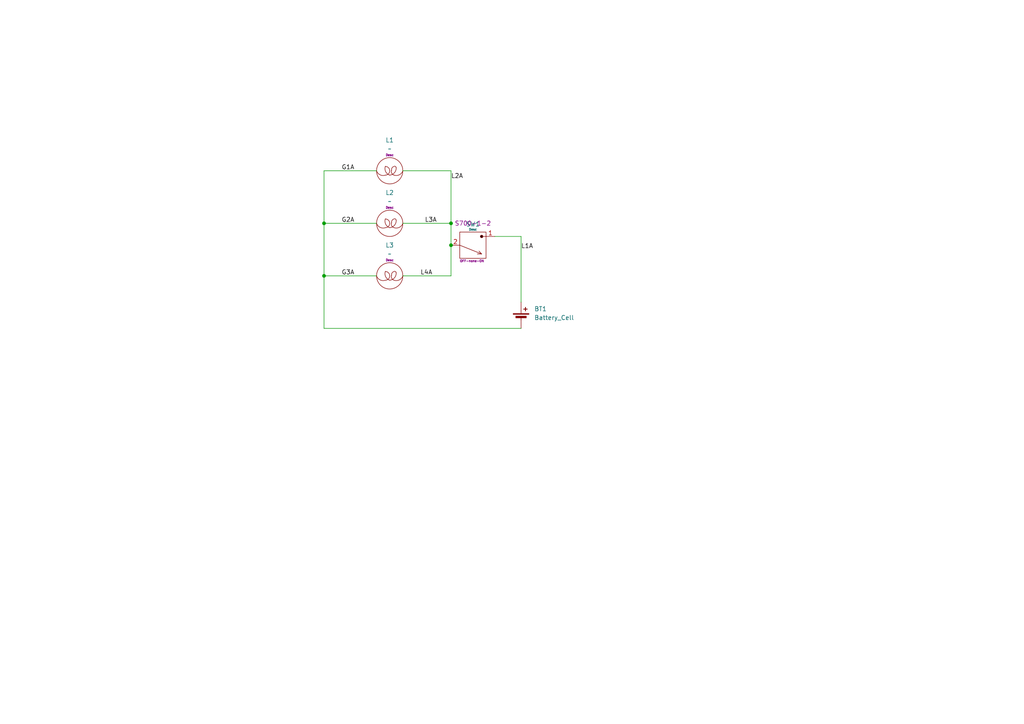
<source format=kicad_sch>
(kicad_sch
	(version 20250114)
	(generator "eeschema")
	(generator_version "9.0")
	(uuid "ed131ea4-ee59-411d-a0b6-6810a596f526")
	(paper "A4")
	(lib_symbols
		(symbol "AeroElectricConnectionSymbols:Lamp"
			(pin_numbers
				(hide yes)
			)
			(pin_names
				(hide yes)
			)
			(exclude_from_sim no)
			(in_bom yes)
			(on_board yes)
			(property "Reference" "L"
				(at 0 6.096 0)
				(effects
					(font
						(size 1.27 1.27)
					)
				)
			)
			(property "Value" ""
				(at 0 0 90)
				(effects
					(font
						(size 1.27 1.27)
					)
				)
			)
			(property "Footprint" ""
				(at 0 0 90)
				(effects
					(font
						(size 1.27 1.27)
					)
					(hide yes)
				)
			)
			(property "Datasheet" ""
				(at 0 0 90)
				(effects
					(font
						(size 1.27 1.27)
					)
					(hide yes)
				)
			)
			(property "Description" "Desc"
				(at 0 4.572 0)
				(do_not_autoplace)
				(effects
					(font
						(size 0.635 0.635)
					)
				)
			)
			(symbol "Lamp_0_1"
				(arc
					(start -1.27 -1.27)
					(mid -2.803 -1.1611)
					(end -3.81 0)
					(stroke
						(width 0)
						(type default)
					)
					(fill
						(type none)
					)
				)
				(arc
					(start 0 0)
					(mid -0.372 -0.898)
					(end -1.27 -1.27)
					(stroke
						(width 0)
						(type default)
					)
					(fill
						(type none)
					)
				)
				(arc
					(start -1.27 1.27)
					(mid -0.372 0.898)
					(end 0 0)
					(stroke
						(width 0)
						(type default)
					)
					(fill
						(type none)
					)
				)
				(arc
					(start 1.8758 0.9538)
					(mid 1.3985 -0.5466)
					(end 0 -1.27)
					(stroke
						(width 0)
						(type default)
					)
					(fill
						(type none)
					)
				)
				(circle
					(center 0 0)
					(radius 3.81)
					(stroke
						(width 0)
						(type default)
					)
					(fill
						(type none)
					)
				)
				(arc
					(start 0 -1.27)
					(mid -1.1611 -0.263)
					(end -1.27 1.27)
					(stroke
						(width 0)
						(type default)
					)
					(fill
						(type none)
					)
				)
				(arc
					(start 1.3671 1.3353)
					(mid 1.6919 1.2279)
					(end 1.844 0.922)
					(stroke
						(width 0)
						(type default)
					)
					(fill
						(type none)
					)
				)
				(arc
					(start 0.5722 0.1271)
					(mid 0.6847 0.8428)
					(end 1.27 1.27)
					(stroke
						(width 0)
						(type default)
					)
					(fill
						(type none)
					)
				)
				(arc
					(start 1.27 -1.27)
					(mid 0.6002 -0.7291)
					(end 0.5086 0.1271)
					(stroke
						(width 0)
						(type default)
					)
					(fill
						(type none)
					)
				)
				(arc
					(start 3.81 0)
					(mid 2.803 -1.1611)
					(end 1.27 -1.27)
					(stroke
						(width 0)
						(type default)
					)
					(fill
						(type none)
					)
				)
			)
			(symbol "Lamp_1_1"
				(pin passive line
					(at -3.81 0 0)
					(length 0)
					(name "In"
						(effects
							(font
								(size 1.27 1.27)
							)
						)
					)
					(number "1"
						(effects
							(font
								(size 1.27 1.27)
							)
						)
					)
				)
				(pin passive line
					(at 3.81 0 180)
					(length 0)
					(name "Out"
						(effects
							(font
								(size 1.27 1.27)
							)
						)
					)
					(number "2"
						(effects
							(font
								(size 1.27 1.27)
							)
						)
					)
				)
			)
			(embedded_fonts no)
		)
		(symbol "AeroElectricConnectionSymbols:S700-1-2"
			(pin_names
				(hide yes)
			)
			(exclude_from_sim no)
			(in_bom yes)
			(on_board yes)
			(property "Reference" "SW"
				(at 0 6.096 0)
				(do_not_autoplace)
				(effects
					(font
						(size 1.27 1.27)
					)
				)
			)
			(property "Value" "Desc"
				(at 0 4.572 0)
				(do_not_autoplace)
				(effects
					(font
						(size 0.635 0.635)
					)
				)
			)
			(property "Footprint" ""
				(at 0 3.048 0)
				(effects
					(font
						(size 1.27 1.27)
					)
					(hide yes)
				)
			)
			(property "Datasheet" "S700-1-2"
				(at -0.254 -7.366 0)
				(effects
					(font
						(size 1.27 1.27)
					)
				)
			)
			(property "Description" "OFF-none-ON"
				(at -0.254 -4.572 0)
				(do_not_autoplace)
				(effects
					(font
						(size 0.635 0.635)
					)
				)
			)
			(symbol "S700-1-2_0_1"
				(rectangle
					(start -3.81 3.81)
					(end 3.81 -3.81)
					(stroke
						(width 0)
						(type default)
					)
					(fill
						(type none)
					)
				)
				(polyline
					(pts
						(xy -3.81 0) (xy 2.54 -2.54) (xy 1.7627 -1.6939)
					)
					(stroke
						(width 0)
						(type default)
					)
					(fill
						(type none)
					)
				)
				(circle
					(center 2.54 2.54)
					(radius 0.381)
					(stroke
						(width 0)
						(type default)
					)
					(fill
						(type color)
						(color 0 0 0 1)
					)
				)
				(polyline
					(pts
						(xy 2.54 -2.54) (xy 1.27 -2.54)
					)
					(stroke
						(width 0)
						(type default)
					)
					(fill
						(type none)
					)
				)
				(polyline
					(pts
						(xy 3.81 2.54) (xy 2.54 2.54)
					)
					(stroke
						(width 0)
						(type default)
					)
					(fill
						(type none)
					)
				)
			)
			(symbol "S700-1-2_1_1"
				(pin passive line
					(at -6.35 0 0)
					(length 2.54)
					(name "IN"
						(effects
							(font
								(size 1.27 1.27)
							)
						)
					)
					(number "2"
						(effects
							(font
								(size 1.27 1.27)
							)
						)
					)
				)
				(pin passive line
					(at 6.35 2.54 180)
					(length 2.54)
					(name "ON"
						(effects
							(font
								(size 1.27 1.27)
							)
						)
					)
					(number "1"
						(effects
							(font
								(size 1.27 1.27)
							)
						)
					)
				)
			)
			(embedded_fonts no)
		)
		(symbol "Device:Battery_Cell"
			(pin_numbers
				(hide yes)
			)
			(pin_names
				(offset 0)
				(hide yes)
			)
			(exclude_from_sim no)
			(in_bom yes)
			(on_board yes)
			(property "Reference" "BT"
				(at 2.54 2.54 0)
				(effects
					(font
						(size 1.27 1.27)
					)
					(justify left)
				)
			)
			(property "Value" "Battery_Cell"
				(at 2.54 0 0)
				(effects
					(font
						(size 1.27 1.27)
					)
					(justify left)
				)
			)
			(property "Footprint" ""
				(at 0 1.524 90)
				(effects
					(font
						(size 1.27 1.27)
					)
					(hide yes)
				)
			)
			(property "Datasheet" "~"
				(at 0 1.524 90)
				(effects
					(font
						(size 1.27 1.27)
					)
					(hide yes)
				)
			)
			(property "Description" "Single-cell battery"
				(at 0 0 0)
				(effects
					(font
						(size 1.27 1.27)
					)
					(hide yes)
				)
			)
			(property "ki_keywords" "battery cell"
				(at 0 0 0)
				(effects
					(font
						(size 1.27 1.27)
					)
					(hide yes)
				)
			)
			(symbol "Battery_Cell_0_1"
				(rectangle
					(start -2.286 1.778)
					(end 2.286 1.524)
					(stroke
						(width 0)
						(type default)
					)
					(fill
						(type outline)
					)
				)
				(rectangle
					(start -1.524 1.016)
					(end 1.524 0.508)
					(stroke
						(width 0)
						(type default)
					)
					(fill
						(type outline)
					)
				)
				(polyline
					(pts
						(xy 0 1.778) (xy 0 2.54)
					)
					(stroke
						(width 0)
						(type default)
					)
					(fill
						(type none)
					)
				)
				(polyline
					(pts
						(xy 0 0.762) (xy 0 0)
					)
					(stroke
						(width 0)
						(type default)
					)
					(fill
						(type none)
					)
				)
				(polyline
					(pts
						(xy 0.762 3.048) (xy 1.778 3.048)
					)
					(stroke
						(width 0.254)
						(type default)
					)
					(fill
						(type none)
					)
				)
				(polyline
					(pts
						(xy 1.27 3.556) (xy 1.27 2.54)
					)
					(stroke
						(width 0.254)
						(type default)
					)
					(fill
						(type none)
					)
				)
			)
			(symbol "Battery_Cell_1_1"
				(pin passive line
					(at 0 5.08 270)
					(length 2.54)
					(name "+"
						(effects
							(font
								(size 1.27 1.27)
							)
						)
					)
					(number "1"
						(effects
							(font
								(size 1.27 1.27)
							)
						)
					)
				)
				(pin passive line
					(at 0 -2.54 90)
					(length 2.54)
					(name "-"
						(effects
							(font
								(size 1.27 1.27)
							)
						)
					)
					(number "2"
						(effects
							(font
								(size 1.27 1.27)
							)
						)
					)
				)
			)
			(embedded_fonts no)
		)
	)
	(junction
		(at 93.98 64.77)
		(diameter 0)
		(color 0 0 0 0)
		(uuid "079795ae-3776-413b-b63a-ddb488297541")
	)
	(junction
		(at 93.98 80.01)
		(diameter 0)
		(color 0 0 0 0)
		(uuid "23642319-e9c3-40c7-99ce-f68755e91e5e")
	)
	(junction
		(at 130.81 64.77)
		(diameter 0)
		(color 0 0 0 0)
		(uuid "c5c4b2b0-c6de-41f1-8b5d-aff4f3fde191")
	)
	(junction
		(at 130.81 71.12)
		(diameter 0)
		(color 0 0 0 0)
		(uuid "e0882428-0e7c-4909-991a-668b4d31d5c7")
	)
	(wire
		(pts
			(xy 93.98 80.01) (xy 93.98 95.25)
		)
		(stroke
			(width 0)
			(type default)
		)
		(uuid "0bc4ad5a-4fdd-4f52-b073-92b7b2f74dc6")
	)
	(wire
		(pts
			(xy 130.81 80.01) (xy 130.81 71.12)
		)
		(stroke
			(width 0)
			(type default)
		)
		(uuid "23002ee9-69dd-4486-996c-8ba3018efa6e")
	)
	(wire
		(pts
			(xy 151.13 68.58) (xy 151.13 87.63)
		)
		(stroke
			(width 0)
			(type default)
		)
		(uuid "36f1b62d-54d2-43eb-b1df-8ccbdabe74c2")
	)
	(wire
		(pts
			(xy 93.98 80.01) (xy 109.22 80.01)
		)
		(stroke
			(width 0)
			(type default)
		)
		(uuid "3eafb4e4-0e20-42a3-8894-3d1ccaed5354")
	)
	(wire
		(pts
			(xy 130.81 64.77) (xy 130.81 49.53)
		)
		(stroke
			(width 0)
			(type default)
		)
		(uuid "44c9bc10-4a50-409a-b29c-6fc642d1ac72")
	)
	(wire
		(pts
			(xy 116.84 80.01) (xy 130.81 80.01)
		)
		(stroke
			(width 0)
			(type default)
		)
		(uuid "6ac2f002-6454-4c7f-b7f2-f5ea7109a435")
	)
	(wire
		(pts
			(xy 93.98 64.77) (xy 109.22 64.77)
		)
		(stroke
			(width 0)
			(type default)
		)
		(uuid "738aa91c-a986-4f7b-af40-e339e69276bc")
	)
	(wire
		(pts
			(xy 130.81 71.12) (xy 130.81 64.77)
		)
		(stroke
			(width 0)
			(type default)
		)
		(uuid "7a01a2bc-dca5-4cbb-9d97-8713fd804bc1")
	)
	(wire
		(pts
			(xy 143.51 68.58) (xy 151.13 68.58)
		)
		(stroke
			(width 0)
			(type default)
		)
		(uuid "7b037fbc-bb16-47fc-98d5-99bd5130c6b0")
	)
	(wire
		(pts
			(xy 93.98 49.53) (xy 93.98 64.77)
		)
		(stroke
			(width 0)
			(type default)
		)
		(uuid "94983e07-6f63-4819-a542-bf2a77a29e90")
	)
	(wire
		(pts
			(xy 93.98 95.25) (xy 151.13 95.25)
		)
		(stroke
			(width 0)
			(type default)
		)
		(uuid "966659d3-c464-456f-9aed-c666088ebc9e")
	)
	(wire
		(pts
			(xy 116.84 64.77) (xy 130.81 64.77)
		)
		(stroke
			(width 0)
			(type default)
		)
		(uuid "a2659527-a929-453e-bbf1-994047167ade")
	)
	(wire
		(pts
			(xy 93.98 64.77) (xy 93.98 80.01)
		)
		(stroke
			(width 0)
			(type default)
		)
		(uuid "ab8c0e54-f982-4fa2-8648-3deb10780600")
	)
	(wire
		(pts
			(xy 109.22 49.53) (xy 93.98 49.53)
		)
		(stroke
			(width 0)
			(type default)
		)
		(uuid "ac8763aa-f378-4aa0-afbe-89402ee3709e")
	)
	(wire
		(pts
			(xy 130.81 49.53) (xy 116.84 49.53)
		)
		(stroke
			(width 0)
			(type default)
		)
		(uuid "e7de5491-2187-4ba8-96d7-fd25ba052ac1")
	)
	(label "L1A"
		(at 151.13 72.39 0)
		(effects
			(font
				(size 1.27 1.27)
			)
			(justify left bottom)
		)
		(uuid "189f344b-3c3a-4070-a06d-07d81501608c")
	)
	(label "L3A"
		(at 123.19 64.77 0)
		(effects
			(font
				(size 1.27 1.27)
			)
			(justify left bottom)
		)
		(uuid "4664df98-3bb8-41cc-b691-eaed0cba992c")
	)
	(label "L2A"
		(at 130.81 52.07 0)
		(effects
			(font
				(size 1.27 1.27)
			)
			(justify left bottom)
		)
		(uuid "5cf92d3a-5cca-454b-a856-8b67cb4846ca")
	)
	(label "G2A"
		(at 99.06 64.77 0)
		(effects
			(font
				(size 1.27 1.27)
			)
			(justify left bottom)
		)
		(uuid "63a99fad-a2e4-465f-a8d1-31cccb9745a3")
	)
	(label "G1A"
		(at 99.06 49.53 0)
		(effects
			(font
				(size 1.27 1.27)
			)
			(justify left bottom)
		)
		(uuid "7b15ee81-4e21-4680-81b5-cb30ba92a4b7")
	)
	(label "G3A"
		(at 99.06 80.01 0)
		(effects
			(font
				(size 1.27 1.27)
			)
			(justify left bottom)
		)
		(uuid "89f5a19e-255d-4434-a0fb-f0a718611a4f")
	)
	(label "L4A"
		(at 121.92 80.01 0)
		(effects
			(font
				(size 1.27 1.27)
			)
			(justify left bottom)
		)
		(uuid "9948f7cf-91af-4652-8497-b86542e8ca19")
	)
	(symbol
		(lib_id "Device:Battery_Cell")
		(at 151.13 92.71 0)
		(unit 1)
		(exclude_from_sim no)
		(in_bom yes)
		(on_board yes)
		(dnp no)
		(fields_autoplaced yes)
		(uuid "43709f7c-b4bc-4b0d-ac3d-d2b6065584bc")
		(property "Reference" "BT1"
			(at 154.94 89.5984 0)
			(effects
				(font
					(size 1.27 1.27)
				)
				(justify left)
			)
		)
		(property "Value" "Battery_Cell"
			(at 154.94 92.1384 0)
			(effects
				(font
					(size 1.27 1.27)
				)
				(justify left)
			)
		)
		(property "Footprint" "|(0,0,0)S40"
			(at 151.13 91.186 90)
			(effects
				(font
					(size 1.27 1.27)
				)
				(hide yes)
			)
		)
		(property "Datasheet" "~"
			(at 151.13 91.186 90)
			(effects
				(font
					(size 1.27 1.27)
				)
				(hide yes)
			)
		)
		(property "Description" "Single-cell battery"
			(at 151.13 92.71 0)
			(effects
				(font
					(size 1.27 1.27)
				)
				(hide yes)
			)
		)
		(pin "2"
			(uuid "d775b0aa-5b5f-4587-bb62-133913d5fe0d")
		)
		(pin "1"
			(uuid "651449cb-50f6-44ce-b9d2-69e58a81a7eb")
		)
		(instances
			(project ""
				(path "/ed131ea4-ee59-411d-a0b6-6810a596f526"
					(reference "BT1")
					(unit 1)
				)
			)
		)
	)
	(symbol
		(lib_id "AeroElectricConnectionSymbols:S700-1-2")
		(at 137.16 71.12 0)
		(unit 1)
		(exclude_from_sim no)
		(in_bom yes)
		(on_board yes)
		(dnp no)
		(fields_autoplaced yes)
		(uuid "6859278e-6038-41b9-a029-175c5791cad1")
		(property "Reference" "SW1"
			(at 137.16 65.024 0)
			(do_not_autoplace yes)
			(effects
				(font
					(size 1.27 1.27)
				)
			)
		)
		(property "Value" "Desc"
			(at 137.16 66.548 0)
			(do_not_autoplace yes)
			(effects
				(font
					(size 0.635 0.635)
				)
			)
		)
		(property "Footprint" "|(5,0,0)R20"
			(at 137.16 68.072 0)
			(effects
				(font
					(size 1.27 1.27)
				)
				(hide yes)
			)
		)
		(property "Datasheet" "S700-1-2"
			(at 137.16 64.77 0)
			(effects
				(font
					(size 1.27 1.27)
				)
			)
		)
		(property "Description" "OFF-none-ON"
			(at 136.906 75.692 0)
			(do_not_autoplace yes)
			(effects
				(font
					(size 0.635 0.635)
				)
			)
		)
		(pin "2"
			(uuid "464816f6-ead9-45e0-9ad1-82f061d9bee0")
		)
		(pin "1"
			(uuid "ecdba160-becb-4cd8-bc13-4aebf57f2891")
		)
		(instances
			(project ""
				(path "/ed131ea4-ee59-411d-a0b6-6810a596f526"
					(reference "SW1")
					(unit 1)
				)
			)
		)
	)
	(symbol
		(lib_id "AeroElectricConnectionSymbols:Lamp")
		(at 113.03 64.77 0)
		(unit 1)
		(exclude_from_sim no)
		(in_bom yes)
		(on_board yes)
		(dnp no)
		(fields_autoplaced yes)
		(uuid "9a5b5b9a-1385-4969-a505-6dd25b4b3f2f")
		(property "Reference" "L2"
			(at 113.03 55.88 0)
			(effects
				(font
					(size 1.27 1.27)
				)
			)
		)
		(property "Value" "~"
			(at 113.03 58.42 0)
			(effects
				(font
					(size 1.27 1.27)
				)
			)
		)
		(property "Footprint" "|(10,2,0)L1.5"
			(at 113.03 64.77 90)
			(effects
				(font
					(size 1.27 1.27)
				)
				(hide yes)
			)
		)
		(property "Datasheet" ""
			(at 113.03 64.77 90)
			(effects
				(font
					(size 1.27 1.27)
				)
				(hide yes)
			)
		)
		(property "Description" "Desc"
			(at 113.03 60.198 0)
			(do_not_autoplace yes)
			(effects
				(font
					(size 0.635 0.635)
				)
			)
		)
		(pin "1"
			(uuid "a3bee06c-efd0-4555-854b-a2bcc96d5769")
		)
		(pin "2"
			(uuid "b0d50cc4-a3c7-4f1c-bccd-fde8b4965221")
		)
		(instances
			(project ""
				(path "/ed131ea4-ee59-411d-a0b6-6810a596f526"
					(reference "L2")
					(unit 1)
				)
			)
		)
	)
	(symbol
		(lib_id "AeroElectricConnectionSymbols:Lamp")
		(at 113.03 49.53 0)
		(unit 1)
		(exclude_from_sim no)
		(in_bom yes)
		(on_board yes)
		(dnp no)
		(fields_autoplaced yes)
		(uuid "c5652dfa-62cc-4cc9-ab95-a2169a4a11c6")
		(property "Reference" "L1"
			(at 113.03 40.64 0)
			(effects
				(font
					(size 1.27 1.27)
				)
			)
		)
		(property "Value" "~"
			(at 113.03 43.18 0)
			(effects
				(font
					(size 1.27 1.27)
				)
			)
		)
		(property "Footprint" "|(10,1,0)L1.5"
			(at 113.03 49.53 90)
			(effects
				(font
					(size 1.27 1.27)
				)
				(hide yes)
			)
		)
		(property "Datasheet" ""
			(at 113.03 49.53 90)
			(effects
				(font
					(size 1.27 1.27)
				)
				(hide yes)
			)
		)
		(property "Description" "Desc"
			(at 113.03 44.958 0)
			(do_not_autoplace yes)
			(effects
				(font
					(size 0.635 0.635)
				)
			)
		)
		(pin "2"
			(uuid "d70479b0-ab0b-4489-a1d7-a03e40f5c4f9")
		)
		(pin "1"
			(uuid "3dd42503-55ad-4b75-8ad4-65a228c8e05b")
		)
		(instances
			(project ""
				(path "/ed131ea4-ee59-411d-a0b6-6810a596f526"
					(reference "L1")
					(unit 1)
				)
			)
		)
	)
	(symbol
		(lib_id "AeroElectricConnectionSymbols:Lamp")
		(at 113.03 80.01 0)
		(unit 1)
		(exclude_from_sim no)
		(in_bom yes)
		(on_board yes)
		(dnp no)
		(fields_autoplaced yes)
		(uuid "d7e70422-960c-4ed0-b9e8-1dc95b024e25")
		(property "Reference" "L3"
			(at 113.03 71.12 0)
			(effects
				(font
					(size 1.27 1.27)
				)
			)
		)
		(property "Value" "~"
			(at 113.03 73.66 0)
			(effects
				(font
					(size 1.27 1.27)
				)
			)
		)
		(property "Footprint" "|(10,3,0)L1.5"
			(at 113.03 80.01 90)
			(effects
				(font
					(size 1.27 1.27)
				)
				(hide yes)
			)
		)
		(property "Datasheet" ""
			(at 113.03 80.01 90)
			(effects
				(font
					(size 1.27 1.27)
				)
				(hide yes)
			)
		)
		(property "Description" "Desc"
			(at 113.03 75.438 0)
			(do_not_autoplace yes)
			(effects
				(font
					(size 0.635 0.635)
				)
			)
		)
		(pin "1"
			(uuid "cdabc1a5-19d5-4902-b7d5-83d70cb9bb92")
		)
		(pin "2"
			(uuid "a77bb7c9-d439-43fc-8482-efe6a1e60d74")
		)
		(instances
			(project ""
				(path "/ed131ea4-ee59-411d-a0b6-6810a596f526"
					(reference "L3")
					(unit 1)
				)
			)
		)
	)
	(sheet_instances
		(path "/"
			(page "1")
		)
	)
	(embedded_fonts no)
)

</source>
